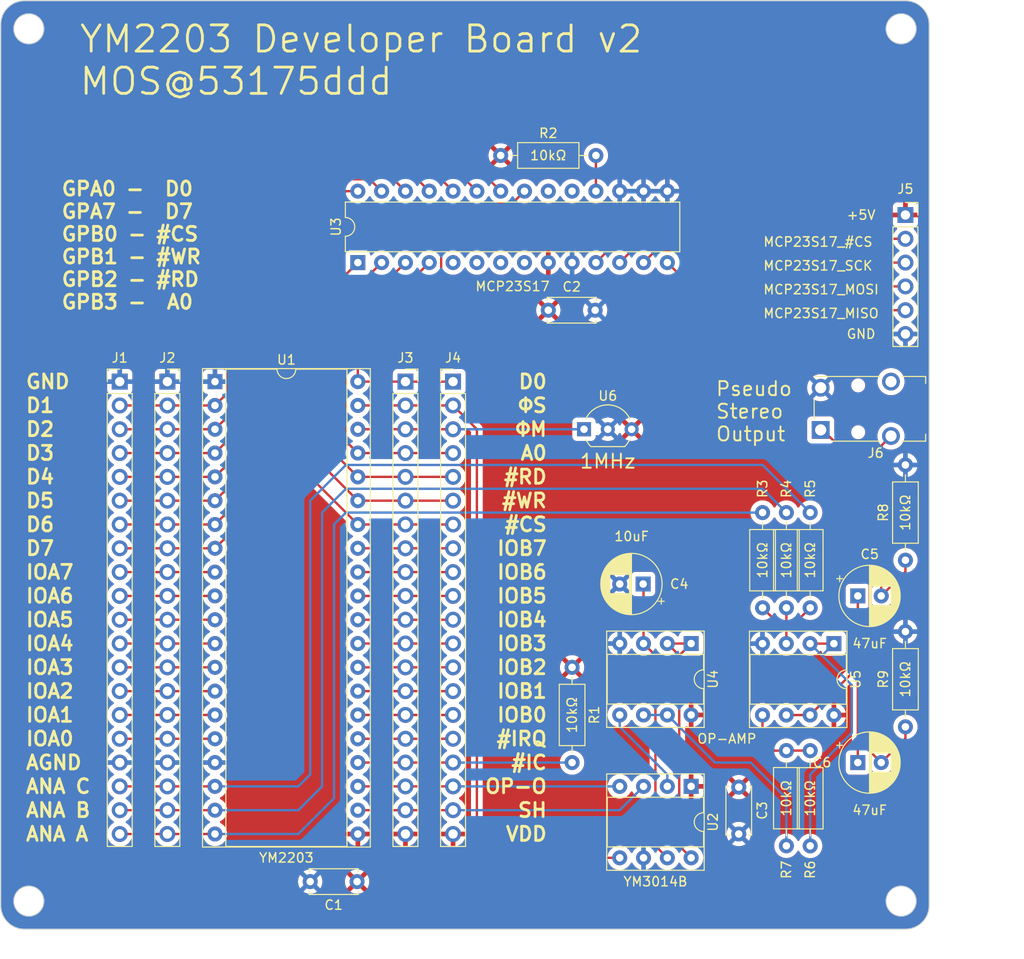
<source format=kicad_pcb>
(kicad_pcb (version 20221018) (generator pcbnew)
  (layers (0 "F.Cu" signal) (31 "B.Cu" signal) (34 "B.Paste" user) (35 "F.Paste" user) (36 "B.SilkS" user "B.Silkscreen") (37 "F.SilkS" user "F.Silkscreen") (38 "B.Mask" user) (39 "F.Mask" user) (44 "Edge.Cuts" user))
  (net 0 "")
  (net 1 "+5V")
  (net 2 "GND")
  (net 3 "DAC_RD")
  (net 4 "Net-(U5B--)")
  (net 5 "OPN_D1")
  (net 6 "OPN_D2")
  (net 7 "OPN_D3")
  (net 8 "OPN_D4")
  (net 9 "OPN_D5")
  (net 10 "OPN_D6")
  (net 11 "OPN_D7")
  (net 12 "Net-(J1-Pin_9)")
  (net 13 "Net-(J1-Pin_10)")
  (net 14 "Net-(J1-Pin_11)")
  (net 15 "Net-(J1-Pin_12)")
  (net 16 "Net-(J1-Pin_13)")
  (net 17 "Net-(J1-Pin_14)")
  (net 18 "Net-(J1-Pin_15)")
  (net 19 "Net-(J1-Pin_16)")
  (net 20 "OPN_ANA_C")
  (net 21 "OPN_ANA_B")
  (net 22 "OPN_ANA_A")
  (net 23 "OPN_D0")
  (net 24 "OPN_ΦS")
  (net 25 "OPN_ΦM")
  (net 26 "OPN_A0")
  (net 27 "OPN_#RD")
  (net 28 "OPN_#WR")
  (net 29 "OPN_#CS")
  (net 30 "Net-(J3-Pin_8)")
  (net 31 "Net-(J3-Pin_9)")
  (net 32 "Net-(J3-Pin_10)")
  (net 33 "Net-(J3-Pin_11)")
  (net 34 "Net-(J3-Pin_12)")
  (net 35 "Net-(J3-Pin_13)")
  (net 36 "Net-(J3-Pin_14)")
  (net 37 "Net-(J3-Pin_15)")
  (net 38 "Net-(J3-Pin_16)")
  (net 39 "Net-(J3-Pin_17)")
  (net 40 "OPN_OUT")
  (net 41 "OPN_SH")
  (net 42 "MCP_#CS")
  (net 43 "MCP_SCK")
  (net 44 "MCP_MOSI")
  (net 45 "MCP_MISO")
  (net 46 "Net-(U3-~{RESET})")
  (net 47 "Net-(U5A-+)")
  (net 48 "PSG_OUT")
  (net 49 "Net-(U5B-+)")
  (net 50 "BUFF_OUT")
  (net 51 "DAC_OUT")
  (net 52 "DAC_MP")
  (net 59 "Net-(C5-Pad2)")
  (net 60 "Net-(C6-Pad2)")
  (footprint "Resistor_THT:R_Axial_DIN0207_L6.3mm_D2.5mm_P10.16mm_Horizontal" (layer "F.Cu") (at 175.26 54.61)
    (fp_text reference "R2")
    (fp_text value "10k")
  )
  (footprint "Capacitor_THT:CP_Radial_D6.3mm_P2.50mm" (layer "F.Cu") (at 213.36 101.6)
    (fp_text reference "C5")
    (fp_text value "47uF")
  )
  (footprint "Connector_PinSocket_2.54mm:PinSocket_1x06_P2.54mm_Vertical" (layer "F.Cu") (at 218.44 60.96)
    (fp_text reference "J5")
    (fp_text value "Conn_01x06_Socket")
  )
  (footprint "Connector_PinSocket_2.54mm:PinSocket_1x20_P2.54mm_Vertical" (layer "F.Cu") (at 139.7 78.74)
    (fp_text reference "J2")
    (fp_text value "Conn_01x20_Socket")
  )
  (footprint "Connector_PinHeader_2.54mm:PinHeader_1x20_P2.54mm_Vertical" (layer "F.Cu") (at 134.62 78.74)
    (fp_text reference "J1")
    (fp_text value "Conn_01x20_Pin")
  )
  (footprint "Capacitor_THT:C_Disc_D5.0mm_W2.5mm_P5.00mm" (layer "F.Cu") (at 180.34 71.12)
    (fp_text reference "C2")
    (fp_text value "104")
  )
  (footprint "Package_TO_SOT_THT:TO-92_Inline_Wide" (layer "F.Cu") (at 184.15 83.82)
    (fp_text reference "U6")
    (fp_text value "~")
  )
  (footprint "Connector_PinSocket_2.54mm:PinSocket_1x20_P2.54mm_Vertical" (layer "F.Cu") (at 165.1 78.74)
    (fp_text reference "J3")
    (fp_text value "Conn_01x20_Socket")
  )
  (footprint "Resistor_THT:R_Axial_DIN0207_L6.3mm_D2.5mm_P10.16mm_Horizontal" (layer "F.Cu") (at 208.28 128.27 90)
    (fp_text reference "R6")
    (fp_text value "10k")
  )
  (footprint "Package_DIP:DIP-8_W7.62mm_Socket" (layer "F.Cu") (at 195.58 106.68 -90)
    (fp_text reference "U4")
    (fp_text value "NJM4558")
  )
  (footprint "Capacitor_THT:CP_Radial_D6.3mm_P2.50mm" (layer "F.Cu") (at 190.46 100.33 180)
    (fp_text reference "C4")
    (fp_text value "10uF")
  )
  (footprint "Connector_PinHeader_2.54mm:PinHeader_1x20_P2.54mm_Vertical" (layer "F.Cu") (at 170.18 78.74)
    (fp_text reference "J4")
    (fp_text value "Conn_01x20_Pin")
  )
  (footprint "Package_DIP:DIP-40_W15.24mm_Socket" (layer "F.Cu") (at 144.78 78.74)
    (fp_text reference "U1")
    (fp_text value "~")
  )
  (footprint "Resistor_THT:R_Axial_DIN0207_L6.3mm_D2.5mm_P10.16mm_Horizontal" (layer "F.Cu") (at 205.74 92.71 -90)
    (fp_text reference "R4")
    (fp_text value "10k")
  )
  (footprint "Capacitor_THT:C_Disc_D5.0mm_W2.5mm_P5.00mm" (layer "F.Cu") (at 200.66 122 -90)
    (fp_text reference "C3")
    (fp_text value "104")
  )
  (footprint "Resistor_THT:R_Axial_DIN0207_L6.3mm_D2.5mm_P10.16mm_Horizontal" (layer "F.Cu") (at 218.44 115.57 90)
    (fp_text reference "R9")
    (fp_text value "10k")
  )
  (footprint "Capacitor_THT:CP_Radial_D6.3mm_P2.50mm" (layer "F.Cu") (at 213.36 119.38)
    (fp_text reference "C6")
    (fp_text value "47uF")
  )
  (footprint "Resistor_THT:R_Axial_DIN0207_L6.3mm_D2.5mm_P10.16mm_Horizontal" (layer "F.Cu") (at 205.74 128.26 90)
    (fp_text reference "R7")
    (fp_text value "10k")
  )
  (footprint "Resistor_THT:R_Axial_DIN0207_L6.3mm_D2.5mm_P10.16mm_Horizontal" (layer "F.Cu") (at 208.28 92.71 -90)
    (fp_text reference "R5")
    (fp_text value "10k")
  )
  (footprint "Capacitor_THT:C_Disc_D5.0mm_W2.5mm_P5.00mm" (layer "F.Cu") (at 159.94 132.08 180)
    (fp_text reference "C1")
    (fp_text value "104")
  )
  (footprint "Package_DIP:DIP-8_W7.62mm_Socket" (layer "F.Cu") (at 210.81 106.69 -90)
    (fp_text reference "U5")
    (fp_text value "NJM4558")
  )
  (footprint "Connector_Audio:Jack_3.5mm_Switronic_ST-005-G_horizontal" (layer "F.Cu") (at 215.9 81.64 180)
    (fp_text reference "J6")
    (fp_text value "AudioJack3")
  )
  (footprint "Package_DIP:DIP-8_W7.62mm_Socket" (layer "F.Cu") (at 195.58 121.92 -90)
    (fp_text reference "U2")
    (fp_text value "~")
  )
  (footprint "Resistor_THT:R_Axial_DIN0207_L6.3mm_D2.5mm_P10.16mm_Horizontal" (layer "F.Cu") (at 203.2 92.71 -90)
    (fp_text reference "R3")
    (fp_text value "10k")
  )
  (footprint "Resistor_THT:R_Axial_DIN0207_L6.3mm_D2.5mm_P10.16mm_Horizontal" (layer "F.Cu") (at 182.88 109.22 -90)
    (fp_text reference "R1")
    (fp_text value "10k")
  )
  (footprint "Resistor_THT:R_Axial_DIN0207_L6.3mm_D2.5mm_P10.16mm_Horizontal" (layer "F.Cu") (at 218.44 97.79 90)
    (fp_text reference "R8")
    (fp_text value "10k")
  )
  (footprint "Package_DIP:DIP-28_W7.62mm" (layer "F.Cu") (at 160.02 66.04 90)
    (fp_text reference "U3")
    (fp_text value "MCP23S17_SP")
  )
  (gr_circle (center 124.92 134.16) (end 124.92 132.56) (stroke (width 0.1)) (fill none) (layer "Edge.Cuts"))
  (gr_arc (start 124.46 137.16) (mid 122.663949 136.416051) (end 121.92 134.62) (stroke (width 0.1)) (layer "Edge.Cuts"))
  (gr_line (start 121.92 40.64) (end 121.92 134.62) (stroke (width 0.1)) (layer "Edge.Cuts"))
  (gr_line (start 220.98 134.62) (end 220.98 40.64) (stroke (width 0.1)) (layer "Edge.Cuts"))
  (gr_circle (center 217.98 134.16) (end 216.38 134.16) (stroke (width 0.1)) (fill none) (layer "Edge.Cuts"))
  (gr_circle (center 217.98 41.1) (end 217.98 42.7) (stroke (width 0.1)) (fill none) (layer "Edge.Cuts"))
  (gr_arc (start 121.92 40.64) (mid 122.663949 38.843949) (end 124.46 38.1) (stroke (width 0.1)) (layer "Edge.Cuts"))
  (gr_circle (center 124.92 41.1) (end 126.52 41.1) (stroke (width 0.1)) (fill none) (layer "Edge.Cuts"))
  (gr_arc (start 220.98 134.62) (mid 220.236051 136.416051) (end 218.44 137.16) (stroke (width 0.1)) (layer "Edge.Cuts"))
  (gr_line (start 218.44 38.1) (end 124.46 38.1) (stroke (width 0.1)) (layer "Edge.Cuts"))
  (gr_arc (start 218.44 38.1) (mid 220.236051 38.843949) (end 220.98 40.64) (stroke (width 0.1)) (layer "Edge.Cuts"))
  (gr_line (start 124.46 137.16) (end 218.44 137.16) (stroke (width 0.1)) (layer "Edge.Cuts"))
  (gr_text "10kΩ" (at 218.44 110.49 90) (layer "F.SilkS") (effects (font (size 1 1))))
  (gr_text "10kΩ" (at 182.88 114.3 90) (layer "F.SilkS") (effects (font (size 1 1))))
  (gr_text "D3" (at 124.46 86.36) (layer "F.SilkS") (effects (font (size 1.5 1.5) (thickness 0.3) bold) (justify left)))
  (gr_text "10kΩ" (at 205.74 123.19 90) (layer "F.SilkS") (effects (font (size 1 1))))
  (gr_text "47uF" (at 214.63 124.46) (layer "F.SilkS") (effects (font (size 1 1))))
  (gr_text "A0" (at 180.34 86.36) (layer "F.SilkS") (effects (font (size 1.5 1.5) (thickness 0.3) bold) (justify right)))
  (gr_text "10uF" (at 189.23 95.25) (layer "F.SilkS") (effects (font (size 1 1))))
  (gr_text "10kΩ" (at 208.28 123.19 90) (layer "F.SilkS") (effects (font (size 1 1))))
  (gr_text "MCP23S17" (at 176.53 68.58) (layer "F.SilkS") (effects (font (size 1 1))))
  (gr_text "GPA0 -  D0\nGPA7 -  D7\nGPB0 - #CS\nGPB1 - #WR\nGPB2 - #RD\nGPB3 -  A0" (at 128.27 71.12) (layer "F.SilkS") (effects (font (size 1.5 1.5) (thickness 0.3) bold) (justify left bottom)))
  (gr_text "IOB6" (at 180.34 99.06) (layer "F.SilkS") (effects (font (size 1.5 1.5) (thickness 0.3) bold) (justify right)))
  (gr_text "D0" (at 180.34 78.74) (layer "F.SilkS") (effects (font (size 1.5 1.5) (thickness 0.3) bold) (justify right)))
  (gr_text "IOB3" (at 180.34 106.68) (layer "F.SilkS") (effects (font (size 1.5 1.5) (thickness 0.3) bold) (justify right)))
  (gr_text "#RD" (at 180.34 88.9) (layer "F.SilkS") (effects (font (size 1.5 1.5) (thickness 0.3) bold) (justify right)))
  (gr_text "ΦS" (at 180.34 81.28) (layer "F.SilkS") (effects (font (size 1.5 1.5) (thickness 0.3) bold) (justify right)))
  (gr_text "GND" (at 124.46 78.74) (layer "F.SilkS") (effects (font (size 1.5 1.5) (thickness 0.3) bold) (justify left)))
  (gr_text "ΦM" (at 180.34 83.82) (layer "F.SilkS") (effects (font (size 1.5 1.5) (thickness 0.3) bold) (justify right)))
  (gr_text "D5" (at 124.46 91.44) (layer "F.SilkS") (effects (font (size 1.5 1.5) (thickness 0.3) bold) (justify left)))
  (gr_text "D4" (at 124.46 88.9) (layer "F.SilkS") (effects (font (size 1.5 1.5) (thickness 0.3) bold) (justify left)))
  (gr_text "D1" (at 124.46 81.28) (layer "F.SilkS") (effects (font (size 1.5 1.5) (thickness 0.3) bold) (justify left)))
  (gr_text "GND" (at 212.09 73.66) (layer "F.SilkS") (effects (font (size 1 1)) (justify left)))
  (gr_text "IOB2" (at 180.34 109.22) (layer "F.SilkS") (effects (font (size 1.5 1.5) (thickness 0.3) bold) (justify right)))
  (gr_text "YM3014B" (at 191.77 132.08) (layer "F.SilkS") (effects (font (size 1 1))))
  (gr_text "OP-AMP" (at 199.39 116.84) (layer "F.SilkS") (effects (font (size 1 1))))
  (gr_text "IOB4" (at 180.34 104.14) (layer "F.SilkS") (effects (font (size 1.5 1.5) (thickness 0.3) bold) (justify right)))
  (gr_text "IOA2" (at 124.46 111.76) (layer "F.SilkS") (effects (font (size 1.5 1.5) (thickness 0.3) bold) (justify left)))
  (gr_text "+5V" (at 212.09 60.96) (layer "F.SilkS") (effects (font (size 1 1)) (justify left)))
  (gr_text "IOB5" (at 180.34 101.6) (layer "F.SilkS") (effects (font (size 1.5 1.5) (thickness 0.3) bold) (justify right)))
  (gr_text "#CS" (at 180.34 93.98) (layer "F.SilkS") (effects (font (size 1.5 1.5) (thickness 0.3) bold) (justify right)))
  (gr_text "VDD" (at 180.34 127) (layer "F.SilkS") (effects (font (size 1.5 1.5) (thickness 0.3) bold) (justify right)))
  (gr_text "1MHz" (at 186.69 86.36) (layer "F.SilkS") (effects (font (size 1.5 1.5) (thickness 0.2)) (justify top)))
  (gr_text "IOA1" (at 124.46 114.3) (layer "F.SilkS") (effects (font (size 1.5 1.5) (thickness 0.3) bold) (justify left)))
  (gr_text "10kΩ" (at 203.2 97.79 90) (layer "F.SilkS") (effects (font (size 1 1))))
  (gr_text "ANA B" (at 124.46 124.46) (layer "F.SilkS") (effects (font (size 1.5 1.5) (thickness 0.3) bold) (justify left)))
  (gr_text "10kΩ" (at 208.28 97.79 90) (layer "F.SilkS") (effects (font (size 1 1))))
  (gr_text "IOA4" (at 124.46 106.68) (layer "F.SilkS") (effects (font (size 1.5 1.5) (thickness 0.3) bold) (justify left)))
  (gr_text "IOA0" (at 124.46 116.84) (layer "F.SilkS") (effects (font (size 1.5 1.5) (thickness 0.3) bold) (justify left)))
  (gr_text "OP-O" (at 180.34 121.92) (layer "F.SilkS") (effects (font (size 1.5 1.5) (thickness 0.3) bold) (justify right)))
  (gr_text "ANA A" (at 124.46 127) (layer "F.SilkS") (effects (font (size 1.5 1.5) (thickness 0.3) bold) (justify left)))
  (gr_text "IOA7" (at 124.46 99.06) (layer "F.SilkS") (effects (font (size 1.5 1.5) (thickness 0.3) bold) (justify left)))
  (gr_text "AGND" (at 124.46 119.38) (layer "F.SilkS") (effects (font (size 1.5 1.5) (thickness 0.3) bold) (justify left)))
  (gr_text "D2" (at 124.46 83.82) (layer "F.SilkS") (effects (font (size 1.5 1.5) (thickness 0.3) bold) (justify left)))
  (gr_text "IOB0" (at 180.34 114.3) (layer "F.SilkS") (effects (font (size 1.5 1.5) (thickness 0.3) bold) (justify right)))
  (gr_text "MCP23S17_MOSI" (at 203.2 68.915) (layer "F.SilkS") (effects (font (size 1 1)) (justify left)))
  (gr_text "YM2203 Developer Board v2\nMOS@53175ddd" (at 130.175 44.45) (layer "F.SilkS") (effects (font (size 2.8 2.8) (thickness 0.3) bold) (justify left)))
  (gr_text "IOB7" (at 180.34 96.52) (layer "F.SilkS") (effects (font (size 1.5 1.5) (thickness 0.3) bold) (justify right)))
  (gr_text "SH" (at 180.34 124.46) (layer "F.SilkS") (effects (font (size 1.5 1.5) (thickness 0.3) bold) (justify right)))
  (gr_text "MCP23S17_SCK" (at 203.2 66.375) (layer "F.SilkS") (effects (font (size 1 1)) (justify left)))
  (gr_text "10kΩ" (at 205.74 97.79 90) (layer "F.SilkS") (effects (font (size 1 1))))
  (gr_text "IOA3" (at 124.46 109.22) (layer "F.SilkS") (effects (font (size 1.5 1.5) (thickness 0.3) bold) (justify left)))
  (gr_text "D7" (at 124.46 96.52) (layer "F.SilkS") (effects (font (size 1.5 1.5) (thickness 0.3) bold) (justify left)))
  (gr_text "IOA6" (at 124.46 101.6) (layer "F.SilkS") (effects (font (size 1.5 1.5) (thickness 0.3) bold) (justify left)))
  (gr_text "#WR" (at 180.34 91.44) (layer "F.SilkS") (effects (font (size 1.5 1.5) (thickness 0.3) bold) (justify right)))
  (gr_text "Pseudo\nStereo\nOutput" (at 198.12 81.915) (layer "F.SilkS") (effects (font (size 1.5 1.5) (thickness 0.2)) (justify left)))
  (gr_text "IOB1" (at 180.34 111.76) (layer "F.SilkS") (effects (font (size 1.5 1.5) (thickness 0.3) bold) (justify right)))
  (gr_text "10kΩ" (at 218.44 92.71 90) (layer "F.SilkS") (effects (font (size 1 1))))
  (gr_text "MCP23S17_#CS" (at 203.2 63.835) (layer "F.SilkS") (effects (font (size 1 1)) (justify left)))
  (gr_text "MCP23S17_MISO" (at 203.2 71.455) (layer "F.SilkS") (effects (font (size 1 1)) (justify left)))
  (gr_text "YM2203" (at 152.4 129.54) (layer "F.SilkS") (effects (font (size 1 1))))
  (gr_text "IOA5" (at 124.46 104.14) (layer "F.SilkS") (effects (font (size 1.5 1.5) (thickness 0.3) bold) (justify left)))
  (gr_text "47uF" (at 214.63 106.68) (layer "F.SilkS") (effects (font (size 1 1))))
  (gr_text "ANA C" (at 124.46 121.92) (layer "F.SilkS") (effects (font (size 1.5 1.5) (thickness 0.3) bold) (justify left)))
  (gr_text "D6" (at 124.46 93.98) (layer "F.SilkS") (effects (font (size 1.5 1.5) (thickness 0.3) bold) (justify left)))
  (gr_text "#IRQ" (at 180.34 116.84) (layer "F.SilkS") (effects (font (size 1.5 1.5) (thickness 0.3) bold) (justify right)))
  (gr_text "10kΩ" (at 180.34 54.61) (layer "F.SilkS") (effects (font (size 1 1))))
  (gr_text "#IC" (at 180.34 119.38) (layer "F.SilkS") (effects (font (size 1.5 1.5) (thickness 0.3) bold) (justify right)))
  (segment (start 159.94 127.08) (end 160.02 127) (width 0.25) (layer "F.Cu") (net 1))
  (segment (start 200.58 121.92) (end 200.66 122) (width 0.25) (layer "F.Cu") (net 1))
  (segment (start 134.62 119.38) (end 144.78 119.38) (width 0.25) (layer "F.Cu") (net 2))
  (segment (start 190.5 100.37) (end 190.46 100.33) (width 0.25) (layer "F.Cu") (net 3))
  (segment (start 191.77 107.95) (end 191.77 128.27) (width 0.25) (layer "F.Cu") (net 3))
  (segment (start 190.5 106.68) (end 190.5 100.37) (width 0.25) (layer "F.Cu") (net 3))
  (segment (start 190.5 106.68) (end 191.77 107.95) (width 0.25) (layer "F.Cu") (net 3))
  (segment (start 191.77 128.27) (end 193.04 129.54) (width 0.25) (layer "F.Cu") (net 3))
  (segment (start 208.27 114.31) (end 213.36 109.22) (width 0.25) (layer "F.Cu") (net 4))
  (segment (start 213.36 109.22) (end 213.36 101.6) (width 0.25) (layer "F.Cu") (net 4))
  (segment (start 213.34 119.38) (end 213.36 119.38) (width 0.25) (layer "F.Cu") (net 4))
  (segment (start 205.73 114.31) (end 208.27 114.31) (width 0.25) (layer "F.Cu") (net 4))
  (segment (start 213.36 109.22) (end 213.36 119.38) (width 0.25) (layer "F.Cu") (net 4))
  (segment (start 144.78 81.28) (end 146.05 80.01) (width 0.25) (layer "F.Cu") (net 5))
  (segment (start 146.05 80.01) (end 146.05 63.5) (width 0.25) (layer "F.Cu") (net 5))
  (segment (start 134.62 81.28) (end 144.78 81.28) (width 0.25) (layer "F.Cu") (net 5))
  (segment (start 167.64 50.8) (end 175.26 58.42) (width 0.25) (layer "F.Cu") (net 5))
  (segment (start 158.75 50.8) (end 167.64 50.8) (width 0.25) (layer "F.Cu") (net 5))
  (segment (start 146.05 63.5) (end 158.75 50.8) (width 0.25) (layer "F.Cu") (net 5))
  (segment (start 158.75 52.07) (end 166.37 52.07) (width 0.25) (layer "F.Cu") (net 6))
  (segment (start 166.37 52.07) (end 172.72 58.42) (width 0.25) (layer "F.Cu") (net 6))
  (segment (start 147.32 81.28) (end 147.32 63.5) (width 0.25) (layer "F.Cu") (net 6))
  (segment (start 147.32 63.5) (end 158.75 52.07) (width 0.25) (layer "F.Cu") (net 6))
  (segment (start 134.62 83.82) (end 144.78 83.82) (width 0.25) (layer "F.Cu") (net 6))
  (segment (start 144.78 83.82) (end 147.32 81.28) (width 0.25) (layer "F.Cu") (net 6))
  (segment (start 165.1 53.34) (end 170.18 58.42) (width 0.25) (layer "F.Cu") (net 7))
  (segment (start 134.62 86.36) (end 144.78 86.36) (width 0.25) (layer "F.Cu") (net 7))
  (segment (start 144.78 86.36) (end 148.59 82.55) (width 0.25) (layer "F.Cu") (net 7))
  (segment (start 148.59 82.55) (end 148.59 63.5) (width 0.25) (layer "F.Cu") (net 7))
  (segment (start 158.75 53.34) (end 165.1 53.34) (width 0.25) (layer "F.Cu") (net 7))
  (segment (start 148.59 63.5) (end 158.75 53.34) (width 0.25) (layer "F.Cu") (net 7))
  (segment (start 144.78 88.9) (end 149.86 83.82) (width 0.25) (layer "F.Cu") (net 8))
  (segment (start 158.75 54.61) (end 163.83 54.61) (width 0.25) (layer "F.Cu") (net 8))
  (segment (start 149.86 63.5) (end 158.75 54.61) (width 0.25) (layer "F.Cu") (net 8))
  (segment (start 134.62 88.9) (end 144.78 88.9) (width 0.25) (layer "F.Cu") (net 8))
  (segment (start 149.86 83.82) (end 149.86 63.5) (width 0.25) (layer "F.Cu") (net 8))
  (segment (start 163.83 54.61) (end 167.64 58.42) (width 0.25) (layer "F.Cu") (net 8))
  (segment (start 158.75 55.88) (end 162.56 55.88) (width 0.25) (layer "F.Cu") (net 9))
  (segment (start 144.78 91.44) (end 151.13 85.09) (width 0.25) (layer "F.Cu") (net 9))
  (segment (start 134.62 91.44) (end 144.78 91.44) (width 0.25) (layer "F.Cu") (net 9))
  (segment (start 151.13 85.09) (end 151.13 63.5) (width 0.25) (layer "F.Cu") (net 9))
  (segment (start 162.56 55.88) (end 165.1 58.42) (width 0.25) (layer "F.Cu") (net 9))
  (segment (start 151.13 63.5) (end 158.75 55.88) (width 0.25) (layer "F.Cu") (net 9))
  (segment (start 158.75 57.15) (end 161.29 57.15) (width 0.25) (layer "F.Cu") (net 10))
  (segment (start 144.78 93.98) (end 152.4 86.36) (width 0.25) (layer "F.Cu") (net 10))
  (segment (start 134.62 93.98) (end 144.78 93.98) (width 0.25) (layer "F.Cu") (net 10))
  (segment (start 152.4 63.5) (end 158.75 57.15) (width 0.25) (layer "F.Cu") (net 10))
  (segment (start 161.29 57.15) (end 162.56 58.42) (width 0.25) (layer "F.Cu") (net 10))
  (segment (start 152.4 86.36) (end 152.4 63.5) (width 0.25) (layer "F.Cu") (net 10))
  (segment (start 144.78 96.52) (end 153.67 87.63) (width 0.25) (layer "F.Cu") (net 11))
  (segment (start 153.67 87.63) (end 153.67 63.5) (width 0.25) (layer "F.Cu") (net 11))
  (segment (start 134.62 96.52) (end 144.78 96.52) (width 0.25) (layer "F.Cu") (net 11))
  (segment (start 153.67 63.5) (end 158.75 58.42) (width 0.25) (layer "F.Cu") (net 11))
  (segment (start 158.75 58.42) (end 160.02 58.42) (width 0.25) (layer "F.Cu") (net 11))
  (segment (start 134.62 99.06) (end 144.78 99.06) (width 0.25) (layer "F.Cu") (net 12))
  (segment (start 134.62 101.6) (end 144.78 101.6) (width 0.25) (layer "F.Cu") (net 13))
  (segment (start 134.62 104.14) (end 144.78 104.14) (width 0.25) (layer "F.Cu") (net 14))
  (segment (start 134.62 106.68) (end 144.78 106.68) (width 0.25) (layer "F.Cu") (net 15))
  (segment (start 134.62 109.22) (end 144.78 109.22) (width 0.25) (layer "F.Cu") (net 16))
  (segment (start 134.62 111.76) (end 144.78 111.76) (width 0.25) (layer "F.Cu") (net 17))
  (segment (start 134.62 114.3) (end 144.78 114.3) (width 0.25) (layer "F.Cu") (net 18))
  (segment (start 134.62 116.84) (end 144.78 116.84) (width 0.25) (layer "F.Cu") (net 19))
  (segment (start 134.62 121.92) (end 144.78 121.92) (width 0.25) (layer "F.Cu") (net 20))
  (segment (start 203.2 87.63) (end 158.75 87.63) (width 0.25) (layer "B.Cu") (net 20))
  (segment (start 154.94 91.44) (end 154.94 120.65) (width 0.25) (layer "B.Cu") (net 20))
  (segment (start 208.28 92.71) (end 203.2 87.63) (width 0.25) (layer "B.Cu") (net 20))
  (segment (start 153.67 121.92) (end 144.78 121.92) (width 0.25) (layer "B.Cu") (net 20))
  (segment (start 158.75 87.63) (end 154.94 91.44) (width 0.25) (layer "B.Cu") (net 20))
  (segment (start 154.94 120.65) (end 153.67 121.92) (width 0.25) (layer "B.Cu") (net 20))
  (segment (start 134.62 124.46) (end 144.78 124.46) (width 0.25) (layer "F.Cu") (net 21))
  (segment (start 156.21 92.71) (end 158.75 90.17) (width 0.25) (layer "B.Cu") (net 21))
  (segment (start 144.78 124.46) (end 153.67 124.46) (width 0.25) (layer "B.Cu") (net 21))
  (segment (start 153.67 124.46) (end 156.21 121.92) (width 0.25) (layer "B.Cu") (net 21))
  (segment (start 156.21 121.92) (end 156.21 92.71) (width 0.25) (layer "B.Cu") (net 21))
  (segment (start 158.75 90.17) (end 203.2 90.17) (width 0.25) (layer "B.Cu") (net 21))
  (segment (start 203.2 90.17) (end 205.74 92.71) (width 0.25) (layer "B.Cu") (net 21))
  (segment (start 134.62 127) (end 144.78 127) (width 0.25) (layer "F.Cu") (net 22))
  (segment (start 203.2 92.71) (end 158.75 92.71) (width 0.25) (layer "B.Cu") (net 22))
  (segment (start 157.48 93.98) (end 157.48 123.19) (width 0.25) (layer "B.Cu") (net 22))
  (segment (start 158.75 92.71) (end 157.48 93.98) (width 0.25) (layer "B.Cu") (net 22))
  (segment (start 153.67 127) (end 144.78 127) (width 0.25) (layer "B.Cu") (net 22))
  (segment (start 157.48 123.19) (end 153.67 127) (width 0.25) (layer "B.Cu") (net 22))
  (segment (start 168.91 67.31) (end 168.91 64.77) (width 0.25) (layer "F.Cu") (net 23))
  (segment (start 160.02 78.74) (end 160.02 76.2) (width 0.25) (layer "F.Cu") (net 23))
  (segment (start 173.99 59.69) (end 176.53 59.69) (width 0.25) (layer "F.Cu") (net 23))
  (segment (start 177.8 58.42) (end 176.53 59.69) (width 0.25) (layer "F.Cu") (net 23))
  (segment (start 160.02 78.74) (end 170.18 78.74) (width 0.25) (layer "F.Cu") (net 23))
  (segment (start 160.02 76.2) (end 168.91 67.31) (width 0.25) (layer "F.Cu") (net 23))
  (segment (start 168.91 64.77) (end 173.99 59.69) (width 0.25) (layer "F.Cu") (net 23))
  (segment (start 172.72 83.82) (end 172.72 127) (width 0.25) (layer "F.Cu") (net 24))
  (segment (start 170.18 81.28) (end 172.72 83.82) (width 0.25) (layer "F.Cu") (net 24))
  (segment (start 175.26 129.54) (end 187.96 129.54) (width 0.25) (layer "F.Cu") (net 24))
  (segment (start 172.72 127) (end 175.26 129.54) (width 0.25) (layer "F.Cu") (net 24))
  (segment (start 160.02 81.28) (end 170.18 81.28) (width 0.25) (layer "F.Cu") (net 24))
  (segment (start 160.02 83.82) (end 170.18 83.82) (width 0.25) (layer "F.Cu") (net 25))
  (segment (start 184.15 83.82) (end 170.18 83.82) (width 0.25) (layer "B.Cu") (net 25))
  (segment (start 158.75 85.09) (end 158.75 74.93) (width 0.25) (layer "F.Cu") (net 26))
  (segment (start 158.75 74.93) (end 167.64 66.04) (width 0.25) (layer "F.Cu") (net 26))
  (segment (start 160.02 86.36) (end 158.75 85.09) (width 0.25) (layer "F.Cu") (net 26))
  (segment (start 160.02 86.36) (end 170.18 86.36) (width 0.25) (layer "F.Cu") (net 26))
  (segment (start 157.48 86.36) (end 160.02 88.9) (width 0.25) (layer "F.Cu") (net 27))
  (segment (start 160.02 88.9) (end 170.18 88.9) (width 0.25) (layer "F.Cu") (net 27))
  (segment (start 157.48 73.66) (end 157.48 86.36) (width 0.25) (layer "F.Cu") (net 27))
  (segment (start 165.1 66.04) (end 157.48 73.66) (width 0.25) (layer "F.Cu") (net 27))
  (segment (start 160.02 91.44) (end 170.18 91.44) (width 0.25) (layer "F.Cu") (net 28))
  (segment (start 156.21 87.63) (end 160.02 91.44) (width 0.25) (layer "F.Cu") (net 28))
  (segment (start 162.56 66.04) (end 156.21 72.39) (width 0.25) (layer "F.Cu") (net 28))
  (segment (start 156.21 72.39) (end 156.21 87.63) (width 0.25) (layer "F.Cu") (net 28))
  (segment (start 160.02 93.98) (end 170.18 93.98) (width 0.25) (layer "F.Cu") (net 29))
  (segment (start 154.94 71.12) (end 154.94 88.9) (width 0.25) (layer "F.Cu") (net 29))
  (segment (start 154.94 88.9) (end 160.02 93.98) (width 0.25) (layer "F.Cu") (net 29))
  (segment (start 160.02 66.04) (end 154.94 71.12) (width 0.25) (layer "F.Cu") (net 29))
  (segment (start 160.02 96.52) (end 170.18 96.52) (width 0.25) (layer "F.Cu") (net 30))
  (segment (start 160.02 99.06) (end 170.18 99.06) (width 0.25) (layer "F.Cu") (net 31))
  (segment (start 160.02 101.6) (end 170.18 101.6) (width 0.25) (layer "F.Cu") (net 32))
  (segment (start 160.02 104.14) (end 170.18 104.14) (width 0.25) (layer "F.Cu") (net 33))
  (segment (start 160.02 106.68) (end 170.18 106.68) (width 0.25) (layer "F.Cu") (net 34))
  (segment (start 160.02 109.22) (end 170.18 109.22) (width 0.25) (layer "F.Cu") (net 35))
  (segment (start 160.02 111.76) (end 170.18 111.76) (width 0.25) (layer "F.Cu") (net 36))
  (segment (start 160.02 114.3) (end 170.18 114.3) (width 0.25) (layer "F.Cu") (net 37))
  (segment (start 160.02 116.84) (end 170.18 116.84) (width 0.25) (layer "F.Cu") (net 38))
  (segment (start 160.02 119.38) (end 170.18 119.38) (width 0.25) (layer "F.Cu") (net 39))
  (segment (start 170.18 119.38) (end 182.88 119.38) (width 0.25) (layer "B.Cu") (net 39))
  (segment (start 160.02 121.92) (end 170.18 121.92) (width 0.25) (layer "F.Cu") (net 40))
  (segment (start 170.18 121.92) (end 187.96 121.92) (width 0.25) (layer "B.Cu") (net 40))
  (segment (start 160.02 124.46) (end 170.18 124.46) (width 0.25) (layer "F.Cu") (net 41))
  (segment (start 187.96 124.46) (end 190.5 121.92) (width 0.25) (layer "B.Cu") (net 41))
  (segment (start 170.18 124.46) (end 187.96 124.46) (width 0.25) (layer "B.Cu") (net 41))
  (segment (start 195.58 63.5) (end 194.31 62.23) (width 0.25) (layer "F.Cu") (net 42))
  (segment (start 195.58 63.5) (end 218.44 63.5) (width 0.25) (layer "F.Cu") (net 42))
  (segment (start 194.31 62.23) (end 189.23 62.23) (width 0.25) (layer "F.Cu") (net 42))
  (segment (start 189.23 62.23) (end 185.42 66.04) (width 0.25) (layer "F.Cu") (net 42))
  (segment (start 190.5 63.5) (end 187.96 66.04) (width 0.25) (layer "F.Cu") (net 43))
  (segment (start 196.85 66.04) (end 194.31 63.5) (width 0.25) (layer "F.Cu") (net 43))
  (segment (start 194.31 63.5) (end 190.5 63.5) (width 0.25) (layer "F.Cu") (net 43))
  (segment (start 196.85 66.04) (end 218.44 66.04) (width 0.25) (layer "F.Cu") (net 43))
  (segment (start 198.12 68.58) (end 218.44 68.58) (width 0.25) (layer "F.Cu") (net 44))
  (segment (start 191.77 64.77) (end 194.31 64.77) (width 0.25) (layer "F.Cu") (net 44))
  (segment (start 194.31 64.77) (end 198.12 68.58) (width 0.25) (layer "F.Cu") (net 44))
  (segment (start 190.5 66.04) (end 191.77 64.77) (width 0.25) (layer "F.Cu") (net 44))
  (segment (start 198.12 71.12) (end 218.44 71.12) (width 0.25) (layer "F.Cu") (net 45))
  (segment (start 198.12 71.12) (end 193.04 66.04) (width 0.25) (layer "F.Cu") (net 45))
  (segment (start 185.42 58.42) (end 185.42 54.61) (width 0.25) (layer "F.Cu") (net 46))
  (segment (start 205.74 106.68) (end 205.73 106.69) (width 0.25) (layer "F.Cu") (net 47))
  (segment (start 203.2 102.87) (end 205.74 105.41) (width 0.25) (layer "F.Cu") (net 47))
  (segment (start 205.74 102.87) (end 205.74 106.68) (width 0.25) (layer "F.Cu") (net 47))
  (segment (start 205.74 105.41) (end 208.28 102.87) (width 0.25) (layer "F.Cu") (net 47))
  (segment (start 208.27 106.69) (end 210.81 106.69) (width 0.25) (layer "F.Cu") (net 48))
  (segment (start 212.725 116.205) (end 212.725 111.125) (width 0.25) (layer "B.Cu") (net 48))
  (segment (start 209.53 107.95) (end 208.27 106.69) (width 0.25) (layer "B.Cu") (net 48))
  (segment (start 212.725 111.125) (end 209.55 107.95) (width 0.25) (layer "B.Cu") (net 48))
  (segment (start 209.55 107.95) (end 210.81 106.69) (width 0.25) (layer "B.Cu") (net 48))
  (segment (start 208.28 128.27) (end 208.28 120.65) (width 0.25) (layer "B.Cu") (net 48))
  (segment (start 208.28 120.65) (end 212.725 116.205) (width 0.25) (layer "B.Cu") (net 48))
  (segment (start 209.55 107.95) (end 209.53 107.95) (width 0.25) (layer "B.Cu") (net 48))
  (segment (start 205.75 118.1) (end 205.74 118.11) (width 0.25) (layer "F.Cu") (net 49))
  (segment (start 208.28 118.1) (end 205.75 118.1) (width 0.25) (layer "F.Cu") (net 49))
  (segment (start 203.19 116.83) (end 203.19 114.31) (width 0.25) (layer "F.Cu") (net 49))
  (segment (start 205.74 118.11) (end 204.47 118.11) (width 0.25) (layer "F.Cu") (net 49))
  (segment (start 204.47 118.11) (end 203.19 116.83) (width 0.25) (layer "F.Cu") (net 49))
  (segment (start 205.74 128.26) (end 205.74 123.19) (width 0.25) (layer "B.Cu") (net 50))
  (segment (start 198.12 119.38) (end 193.04 114.3) (width 0.25) (layer "B.Cu") (net 50))
  (segment (start 205.74 123.19) (end 201.93 119.38) (width 0.25) (layer "B.Cu") (net 50))
  (segment (start 190.5 114.3) (end 193.04 114.3) (width 0.25) (layer "B.Cu") (net 50))
  (segment (start 201.93 119.38) (end 198.12 119.38) (width 0.25) (layer "B.Cu") (net 50))
  (segment (start 187.96 115.57) (end 193.04 120.65) (width 0.25) (layer "B.Cu") (net 51))
  (segment (start 187.96 114.3) (end 187.96 115.57) (width 0.25) (layer "B.Cu") (net 51))
  (segment (start 193.04 120.65) (end 193.04 121.92) (width 0.25) (layer "B.Cu") (net 51))
  (segment (start 193.04 106.68) (end 194.31 107.95) (width 0.25) (layer "F.Cu") (net 52))
  (segment (start 194.31 128.27) (end 195.58 129.54) (width 0.25) (layer "F.Cu") (net 52))
  (segment (start 194.31 107.95) (end 195.58 106.68) (width 0.25) (layer "F.Cu") (net 52))
  (segment (start 194.31 107.95) (end 194.31 128.27) (width 0.25) (layer "F.Cu") (net 52))
  (segment (start 193.04 106.68) (end 195.58 106.68) (width 0.25) (layer "F.Cu") (net 52))
  (segment (start 215.9 85.54) (end 216.9 84.54) (width 0.25) (layer "F.Cu") (net 59))
  (segment (start 218.44 97.79) (end 218.44 99.02) (width 0.25) (layer "F.Cu") (net 59))
  (segment (start 215.86 101.6) (end 215.86 87.12) (width 0.25) (layer "F.Cu") (net 59))
  (segment (start 215.86 87.12) (end 215.9 87.08) (width 0.25) (layer "F.Cu") (net 59))
  (segment (start 218.44 99.02) (end 215.86 101.6) (width 0.25) (layer "F.Cu") (net 59))
  (segment (start 215.9 87.08) (end 215.9 85.54) (width 0.25) (layer "F.Cu") (net 59))
  (segment (start 215.86 119.38) (end 214.63 118.15) (width 0.25) (layer "F.Cu") (net 60))
  (segment (start 218.44 115.57) (end 218.44 116.8) (width 0.25) (layer "F.Cu") (net 60))
  (segment (start 214.63 118.15) (end 214.63 88.9) (width 0.25) (layer "F.Cu") (net 60))
  (segment (start 209.62 83.89) (end 209.4 83.89) (width 0.25) (layer "F.Cu") (net 60))
  (segment (start 214.63 88.9) (end 209.62 83.89) (width 0.25) (layer "F.Cu") (net 60))
  (segment (start 218.44 116.8) (end 215.86 119.38) (width 0.25) (layer "F.Cu") (net 60))
  (zone (net 1) (net_name "+5V") (layer "F.Cu") (priority 1) (connect_pads (clearance 0.5)) (min_thickness 0.25) (fill yes (thermal_gap 0.5) (thermal_bridge_width 0.5))
    (polygon (pts (xy 220.98 38.1) (xy 220.98 137.16) (xy 121.92 137.16) (xy 121.92 38.1)))
  )
  (zone (net 2) (net_name "GND") (layer "B.Cu") (connect_pads (clearance 0.5)) (min_thickness 0.25) (fill yes (thermal_gap 0.5) (thermal_bridge_width 0.5))
    (polygon (pts (xy 121.92 38.1) (xy 121.92 137.16) (xy 220.98 137.16) (xy 220.98 38.1)))
  )
)
</source>
